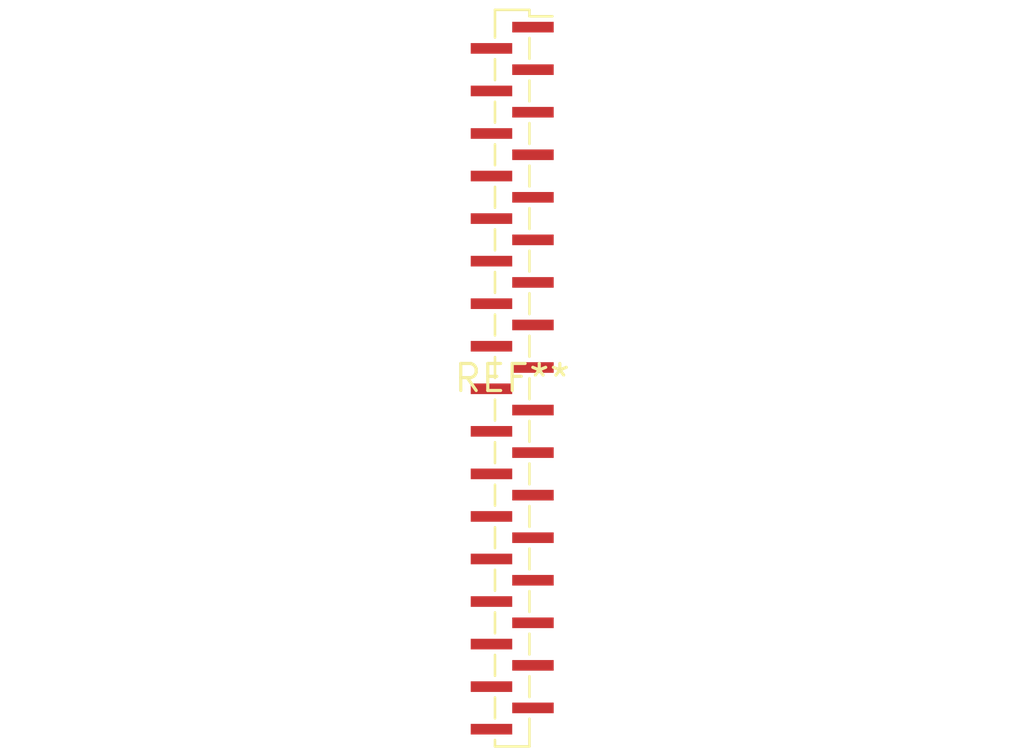
<source format=kicad_pcb>
(kicad_pcb (version 20240108) (generator pcbnew)
  (layers (0 "F.Cu" signal) (31 "B.Cu" signal) (34 "B.Paste" user) (35 "F.Paste" user) (36 "B.SilkS" user "B.Silkscreen") (37 "F.SilkS" user "F.Silkscreen") (38 "B.Mask" user) (39 "F.Mask" user) (44 "Edge.Cuts" user))
  (net 0 "")
  (footprint "PinSocket_1x34_P1.00mm_Vertical_SMD_Pin1Right" (layer "F.Cu") (at 0 0)
    (property "Reference" "REF**")
    (property "Value" "PinSocket_1x34_P1.00mm_Vertical_SMD_Pin1Right")
    (fp_line (start -0.81 -17.31) (end -0.81 -16.01) (layer "F.SilkS") (stroke (width 0.12)))
    (fp_line (start -0.81 -17.31) (end 0.81 -17.31) (layer "F.SilkS") (stroke (width 0.12)))
    (fp_line (start -0.81 -14.99) (end -0.81 -14.01) (layer "F.SilkS") (stroke (width 0.12)))
    (fp_line (start -0.81 -12.99) (end -0.81 -12.01) (layer "F.SilkS") (stroke (width 0.12)))
    (fp_line (start -0.81 -10.99) (end -0.81 -10.01) (layer "F.SilkS") (stroke (width 0.12)))
    (fp_line (start -0.81 -8.99) (end -0.81 -8.01) (layer "F.SilkS") (stroke (width 0.12)))
    (fp_line (start -0.81 -6.99) (end -0.81 -6.01) (layer "F.SilkS") (stroke (width 0.12)))
    (fp_line (start -0.81 -4.99) (end -0.81 -4.01) (layer "F.SilkS") (stroke (width 0.12)))
    (fp_line (start -0.81 -2.99) (end -0.81 -2.01) (layer "F.SilkS") (stroke (width 0.12)))
    (fp_line (start -0.81 -0.99) (end -0.81 -0.01) (layer "F.SilkS") (stroke (width 0.12)))
    (fp_line (start -0.81 1.01) (end -0.81 1.99) (layer "F.SilkS") (stroke (width 0.12)))
    (fp_line (start -0.81 3.01) (end -0.81 3.99) (layer "F.SilkS") (stroke (width 0.12)))
    (fp_line (start -0.81 5.01) (end -0.81 5.99) (layer "F.SilkS") (stroke (width 0.12)))
    (fp_line (start -0.81 7.01) (end -0.81 7.99) (layer "F.SilkS") (stroke (width 0.12)))
    (fp_line (start -0.81 9.01) (end -0.81 9.99) (layer "F.SilkS") (stroke (width 0.12)))
    (fp_line (start -0.81 11.01) (end -0.81 11.99) (layer "F.SilkS") (stroke (width 0.12)))
    (fp_line (start -0.81 13.01) (end -0.81 13.99) (layer "F.SilkS") (stroke (width 0.12)))
    (fp_line (start -0.81 15.01) (end -0.81 15.99) (layer "F.SilkS") (stroke (width 0.12)))
    (fp_line (start -0.81 17.01) (end -0.81 17.31) (layer "F.SilkS") (stroke (width 0.12)))
    (fp_line (start -0.81 17.31) (end 0.81 17.31) (layer "F.SilkS") (stroke (width 0.12)))
    (fp_line (start 0.81 -17.31) (end 0.81 -17.01) (layer "F.SilkS") (stroke (width 0.12)))
    (fp_line (start 0.81 -17.01) (end 1.89 -17.01) (layer "F.SilkS") (stroke (width 0.12)))
    (fp_line (start 0.81 -15.99) (end 0.81 -15.01) (layer "F.SilkS") (stroke (width 0.12)))
    (fp_line (start 0.81 -13.99) (end 0.81 -13.01) (layer "F.SilkS") (stroke (width 0.12)))
    (fp_line (start 0.81 -11.99) (end 0.81 -11.01) (layer "F.SilkS") (stroke (width 0.12)))
    (fp_line (start 0.81 -9.99) (end 0.81 -9.01) (layer "F.SilkS") (stroke (width 0.12)))
    (fp_line (start 0.81 -7.99) (end 0.81 -7.01) (layer "F.SilkS") (stroke (width 0.12)))
    (fp_line (start 0.81 -5.99) (end 0.81 -5.01) (layer "F.SilkS") (stroke (width 0.12)))
    (fp_line (start 0.81 -3.99) (end 0.81 -3.01) (layer "F.SilkS") (stroke (width 0.12)))
    (fp_line (start 0.81 -1.99) (end 0.81 -1.01) (layer "F.SilkS") (stroke (width 0.12)))
    (fp_line (start 0.81 0.01) (end 0.81 0.99) (layer "F.SilkS") (stroke (width 0.12)))
    (fp_line (start 0.81 2.01) (end 0.81 2.99) (layer "F.SilkS") (stroke (width 0.12)))
    (fp_line (start 0.81 4.01) (end 0.81 4.99) (layer "F.SilkS") (stroke (width 0.12)))
    (fp_line (start 0.81 6.01) (end 0.81 6.99) (layer "F.SilkS") (stroke (width 0.12)))
    (fp_line (start 0.81 8.01) (end 0.81 8.99) (layer "F.SilkS") (stroke (width 0.12)))
    (fp_line (start 0.81 10.01) (end 0.81 10.99) (layer "F.SilkS") (stroke (width 0.12)))
    (fp_line (start 0.81 12.01) (end 0.81 12.99) (layer "F.SilkS") (stroke (width 0.12)))
    (fp_line (start 0.81 14.01) (end 0.81 14.99) (layer "F.SilkS") (stroke (width 0.12)))
    (fp_line (start 0.81 16.01) (end 0.81 17.31) (layer "F.SilkS") (stroke (width 0.12)))
    (pad "1" smd rect (at 0.975 -16.5) (size 1.95 0.5) (layers "F.Cu" "F.Paste" "F.Mask"))
    (pad "2" smd rect (at -0.975 -15.5) (size 1.95 0.5) (layers "F.Cu" "F.Paste" "F.Mask"))
    (pad "3" smd rect (at 0.975 -14.5) (size 1.95 0.5) (layers "F.Cu" "F.Paste" "F.Mask"))
    (pad "4" smd rect (at -0.975 -13.5) (size 1.95 0.5) (layers "F.Cu" "F.Paste" "F.Mask"))
    (pad "5" smd rect (at 0.975 -12.5) (size 1.95 0.5) (layers "F.Cu" "F.Paste" "F.Mask"))
    (pad "6" smd rect (at -0.975 -11.5) (size 1.95 0.5) (layers "F.Cu" "F.Paste" "F.Mask"))
    (pad "7" smd rect (at 0.975 -10.5) (size 1.95 0.5) (layers "F.Cu" "F.Paste" "F.Mask"))
    (pad "8" smd rect (at -0.975 -9.5) (size 1.95 0.5) (layers "F.Cu" "F.Paste" "F.Mask"))
    (pad "9" smd rect (at 0.975 -8.5) (size 1.95 0.5) (layers "F.Cu" "F.Paste" "F.Mask"))
    (pad "10" smd rect (at -0.975 -7.5) (size 1.95 0.5) (layers "F.Cu" "F.Paste" "F.Mask"))
    (pad "11" smd rect (at 0.975 -6.5) (size 1.95 0.5) (layers "F.Cu" "F.Paste" "F.Mask"))
    (pad "12" smd rect (at -0.975 -5.5) (size 1.95 0.5) (layers "F.Cu" "F.Paste" "F.Mask"))
    (pad "13" smd rect (at 0.975 -4.5) (size 1.95 0.5) (layers "F.Cu" "F.Paste" "F.Mask"))
    (pad "14" smd rect (at -0.975 -3.5) (size 1.95 0.5) (layers "F.Cu" "F.Paste" "F.Mask"))
    (pad "15" smd rect (at 0.975 -2.5) (size 1.95 0.5) (layers "F.Cu" "F.Paste" "F.Mask"))
    (pad "16" smd rect (at -0.975 -1.5) (size 1.95 0.5) (layers "F.Cu" "F.Paste" "F.Mask"))
    (pad "17" smd rect (at 0.975 -0.5) (size 1.95 0.5) (layers "F.Cu" "F.Paste" "F.Mask"))
    (pad "18" smd rect (at -0.975 0.5) (size 1.95 0.5) (layers "F.Cu" "F.Paste" "F.Mask"))
    (pad "19" smd rect (at 0.975 1.5) (size 1.95 0.5) (layers "F.Cu" "F.Paste" "F.Mask"))
    (pad "20" smd rect (at -0.975 2.5) (size 1.95 0.5) (layers "F.Cu" "F.Paste" "F.Mask"))
    (pad "21" smd rect (at 0.975 3.5) (size 1.95 0.5) (layers "F.Cu" "F.Paste" "F.Mask"))
    (pad "22" smd rect (at -0.975 4.5) (size 1.95 0.5) (layers "F.Cu" "F.Paste" "F.Mask"))
    (pad "23" smd rect (at 0.975 5.5) (size 1.95 0.5) (layers "F.Cu" "F.Paste" "F.Mask"))
    (pad "24" smd rect (at -0.975 6.5) (size 1.95 0.5) (layers "F.Cu" "F.Paste" "F.Mask"))
    (pad "25" smd rect (at 0.975 7.5) (size 1.95 0.5) (layers "F.Cu" "F.Paste" "F.Mask"))
    (pad "26" smd rect (at -0.975 8.5) (size 1.95 0.5) (layers "F.Cu" "F.Paste" "F.Mask"))
    (pad "27" smd rect (at 0.975 9.5) (size 1.95 0.5) (layers "F.Cu" "F.Paste" "F.Mask"))
    (pad "28" smd rect (at -0.975 10.5) (size 1.95 0.5) (layers "F.Cu" "F.Paste" "F.Mask"))
    (pad "29" smd rect (at 0.975 11.5) (size 1.95 0.5) (layers "F.Cu" "F.Paste" "F.Mask"))
    (pad "30" smd rect (at -0.975 12.5) (size 1.95 0.5) (layers "F.Cu" "F.Paste" "F.Mask"))
    (pad "31" smd rect (at 0.975 13.5) (size 1.95 0.5) (layers "F.Cu" "F.Paste" "F.Mask"))
    (pad "32" smd rect (at -0.975 14.5) (size 1.95 0.5) (layers "F.Cu" "F.Paste" "F.Mask"))
    (pad "33" smd rect (at 0.975 15.5) (size 1.95 0.5) (layers "F.Cu" "F.Paste" "F.Mask"))
    (pad "34" smd rect (at -0.975 16.5) (size 1.95 0.5) (layers "F.Cu" "F.Paste" "F.Mask"))
  )
)
</source>
